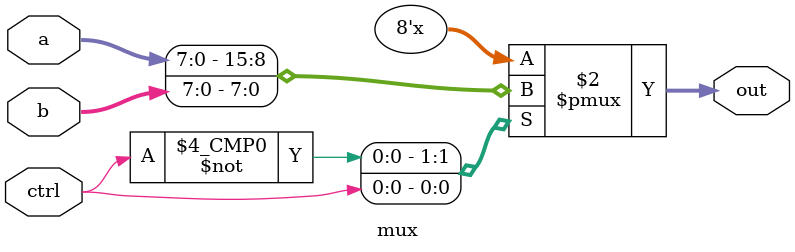
<source format=v>
module mux(
    a,
    b,
    out,
    ctrl
);

    input [7:0] a,b;
    input ctrl;
    output reg[7:0] out;

    always @(*) begin
        case (ctrl)
            1'b0: out <= a;
            1'b1: out <= b; 
        endcase
    end
endmodule
</source>
